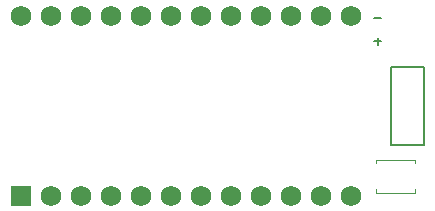
<source format=gbr>
%TF.GenerationSoftware,KiCad,Pcbnew,(6.0.4)*%
%TF.CreationDate,2022-10-24T23:50:00-04:00*%
%TF.ProjectId,battpack,62617474-7061-4636-9b2e-6b696361645f,v1.0.0*%
%TF.SameCoordinates,Original*%
%TF.FileFunction,Legend,Bot*%
%TF.FilePolarity,Positive*%
%FSLAX46Y46*%
G04 Gerber Fmt 4.6, Leading zero omitted, Abs format (unit mm)*
G04 Created by KiCad (PCBNEW (6.0.4)) date 2022-10-24 23:50:00*
%MOMM*%
%LPD*%
G01*
G04 APERTURE LIST*
%ADD10C,0.150000*%
%ADD11C,0.120000*%
%ADD12R,1.752600X1.752600*%
%ADD13C,1.752600*%
G04 APERTURE END LIST*
D10*
%TO.C,PAD1*%
X16554761Y7442857D02*
X15945238Y7442857D01*
%TO.C,PAD2*%
X16554761Y5442857D02*
X15945238Y5442857D01*
X16250000Y5138095D02*
X16250000Y5747619D01*
%TO.C,T1*%
X20200000Y-1950000D02*
X20200000Y1950000D01*
X20200000Y0D02*
X20200000Y3300000D01*
X20200000Y3300000D02*
X17350000Y3300000D01*
X17350000Y3300000D02*
X17350000Y-3300000D01*
X17350000Y-3300000D02*
X20200000Y-3300000D01*
X20200000Y0D02*
X20200000Y-3300000D01*
D11*
%TO.C,B2*%
X16100000Y-7100000D02*
X16100000Y-7400000D01*
X16100000Y-4900000D02*
X16100000Y-4600000D01*
X16100000Y-4600000D02*
X19400000Y-4600000D01*
X19400000Y-7400000D02*
X19400000Y-7100000D01*
X16100000Y-7400000D02*
X19400000Y-7400000D01*
X19400000Y-4600000D02*
X19400000Y-4900000D01*
%TD*%
D12*
%TO.C,*%
X-13970000Y-7620000D03*
D13*
X-11430000Y-7620000D03*
X-8890000Y-7620000D03*
X-6350000Y-7620000D03*
X-3810000Y-7620000D03*
X-1270000Y-7620000D03*
X1270000Y-7620000D03*
X3810000Y-7620000D03*
X6350000Y-7620000D03*
X8890000Y-7620000D03*
X11430000Y-7620000D03*
X13970000Y-7620000D03*
X13970000Y7620000D03*
X11430000Y7620000D03*
X8890000Y7620000D03*
X6350000Y7620000D03*
X3810000Y7620000D03*
X1270000Y7620000D03*
X-1270000Y7620000D03*
X-3810000Y7620000D03*
X-6350000Y7620000D03*
X-8890000Y7620000D03*
X-11430000Y7620000D03*
X-13970000Y7620000D03*
%TD*%
M02*

</source>
